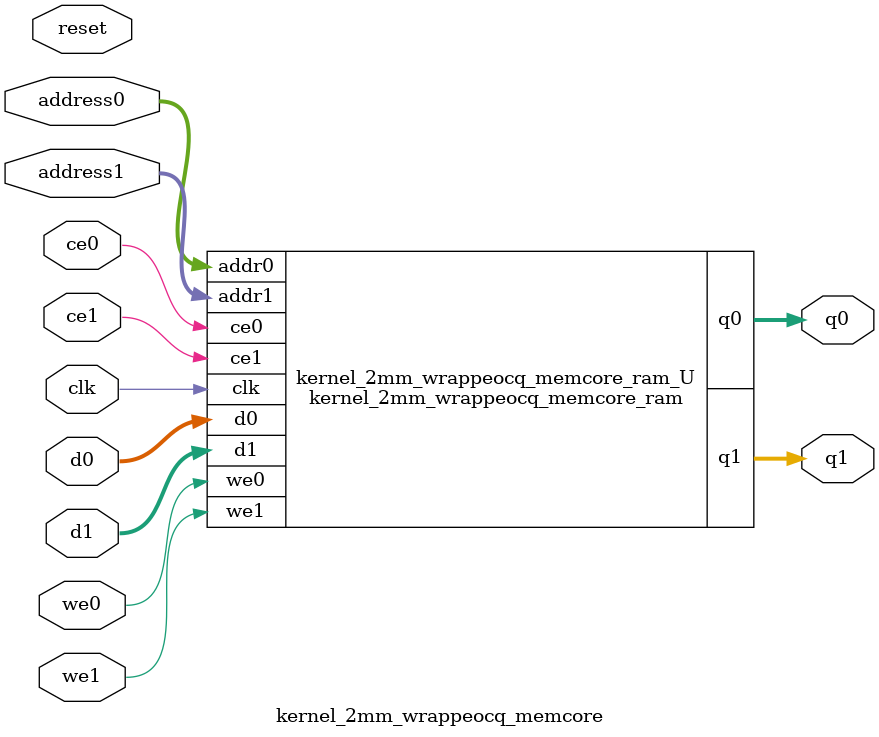
<source format=v>

`timescale 1 ns / 1 ps
module kernel_2mm_wrappeocq_memcore_ram (addr0, ce0, d0, we0, q0, addr1, ce1, d1, we1, q1,  clk);

parameter DWIDTH = 32;
parameter AWIDTH = 9;
parameter MEM_SIZE = 432;

input[AWIDTH-1:0] addr0;
input ce0;
input[DWIDTH-1:0] d0;
input we0;
output reg[DWIDTH-1:0] q0;
input[AWIDTH-1:0] addr1;
input ce1;
input[DWIDTH-1:0] d1;
input we1;
output reg[DWIDTH-1:0] q1;
input clk;

(* ram_style = "block" *)reg [DWIDTH-1:0] ram[0:MEM_SIZE-1];




always @(posedge clk)  
begin 
    if (ce0) 
    begin
        if (we0) 
        begin 
            ram[addr0] <= d0; 
            q0 <= d0;
        end 
        else 
            q0 <= ram[addr0];
    end
end


always @(posedge clk)  
begin 
    if (ce1) 
    begin
        if (we1) 
        begin 
            ram[addr1] <= d1; 
            q1 <= d1;
        end 
        else 
            q1 <= ram[addr1];
    end
end


endmodule


`timescale 1 ns / 1 ps
module kernel_2mm_wrappeocq_memcore(
    reset,
    clk,
    address0,
    ce0,
    we0,
    d0,
    q0,
    address1,
    ce1,
    we1,
    d1,
    q1);

parameter DataWidth = 32'd32;
parameter AddressRange = 32'd432;
parameter AddressWidth = 32'd9;
input reset;
input clk;
input[AddressWidth - 1:0] address0;
input ce0;
input we0;
input[DataWidth - 1:0] d0;
output[DataWidth - 1:0] q0;
input[AddressWidth - 1:0] address1;
input ce1;
input we1;
input[DataWidth - 1:0] d1;
output[DataWidth - 1:0] q1;



kernel_2mm_wrappeocq_memcore_ram kernel_2mm_wrappeocq_memcore_ram_U(
    .clk( clk ),
    .addr0( address0 ),
    .ce0( ce0 ),
    .we0( we0 ),
    .d0( d0 ),
    .q0( q0 ),
    .addr1( address1 ),
    .ce1( ce1 ),
    .we1( we1 ),
    .d1( d1 ),
    .q1( q1 ));

endmodule


</source>
